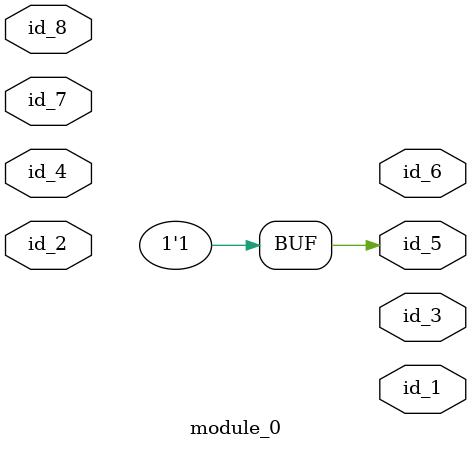
<source format=v>
`timescale 1ps / 1 ps
module module_0 (
    id_1,
    id_2,
    id_3,
    id_4,
    id_5,
    id_6,
    id_7,
    id_8
);
  input id_8;
  inout id_7;
  output id_6;
  output id_5;
  input id_4;
  output id_3;
  input id_2;
  output id_1;
  assign id_5 = 1;
endmodule

</source>
